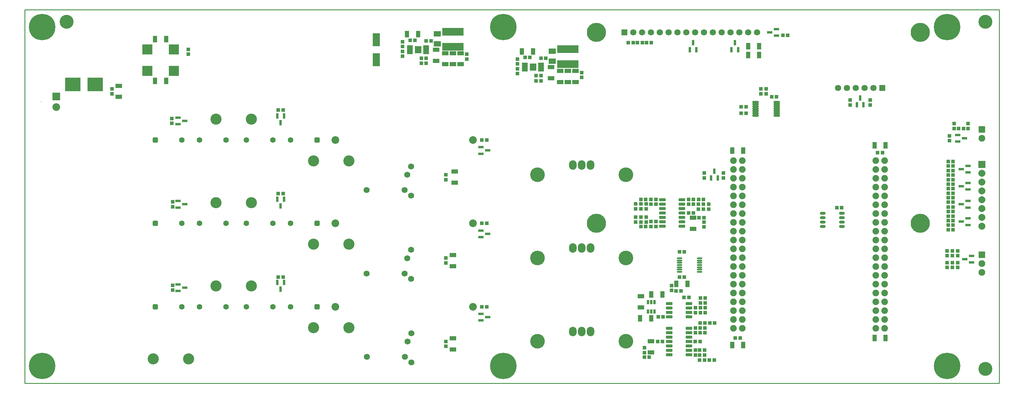
<source format=gts>
G04 Layer_Color=8388736*
%FSLAX43Y43*%
%MOMM*%
G71*
G01*
G75*
%ADD37C,0.254*%
%ADD79R,2.903X2.903*%
%ADD80O,1.550X0.500*%
%ADD81R,6.203X2.203*%
%ADD82R,0.803X1.203*%
%ADD83R,1.553X0.803*%
%ADD84O,1.653X0.853*%
%ADD85R,2.003X1.543*%
%ADD86R,1.103X1.003*%
G04:AMPARAMS|DCode=87|XSize=0.653mm|YSize=1.803mm|CornerRadius=0.151mm|HoleSize=0mm|Usage=FLASHONLY|Rotation=90.000|XOffset=0mm|YOffset=0mm|HoleType=Round|Shape=RoundedRectangle|*
%AMROUNDEDRECTD87*
21,1,0.653,1.501,0,0,90.0*
21,1,0.351,1.803,0,0,90.0*
1,1,0.302,0.750,0.175*
1,1,0.302,0.750,-0.175*
1,1,0.302,-0.750,-0.175*
1,1,0.302,-0.750,0.175*
%
%ADD87ROUNDEDRECTD87*%
%ADD88R,4.443X4.013*%
%ADD89R,1.003X1.103*%
%ADD90R,2.003X3.753*%
%ADD91C,4.000*%
G04:AMPARAMS|DCode=92|XSize=0.853mm|YSize=1.853mm|CornerRadius=0.15mm|HoleSize=0mm|Usage=FLASHONLY|Rotation=90.000|XOffset=0mm|YOffset=0mm|HoleType=Round|Shape=RoundedRectangle|*
%AMROUNDEDRECTD92*
21,1,0.853,1.552,0,0,90.0*
21,1,0.552,1.853,0,0,90.0*
1,1,0.301,0.776,0.276*
1,1,0.301,0.776,-0.276*
1,1,0.301,-0.776,-0.276*
1,1,0.301,-0.776,0.276*
%
%ADD92ROUNDEDRECTD92*%
%ADD93R,1.903X1.203*%
%ADD94R,1.203X1.903*%
G04:AMPARAMS|DCode=95|XSize=0.503mm|YSize=1.753mm|CornerRadius=0.151mm|HoleSize=0mm|Usage=FLASHONLY|Rotation=90.000|XOffset=0mm|YOffset=0mm|HoleType=Round|Shape=RoundedRectangle|*
%AMROUNDEDRECTD95*
21,1,0.503,1.451,0,0,90.0*
21,1,0.201,1.753,0,0,90.0*
1,1,0.302,0.726,0.101*
1,1,0.302,0.726,-0.101*
1,1,0.302,-0.726,-0.101*
1,1,0.302,-0.726,0.101*
%
%ADD95ROUNDEDRECTD95*%
G04:AMPARAMS|DCode=96|XSize=1.933mm|YSize=2.103mm|CornerRadius=0.153mm|HoleSize=0mm|Usage=FLASHONLY|Rotation=0.000|XOffset=0mm|YOffset=0mm|HoleType=Round|Shape=RoundedRectangle|*
%AMROUNDEDRECTD96*
21,1,1.933,1.796,0,0,0.0*
21,1,1.626,2.103,0,0,0.0*
1,1,0.307,0.813,-0.898*
1,1,0.307,-0.813,-0.898*
1,1,0.307,-0.813,0.898*
1,1,0.307,0.813,0.898*
%
%ADD96ROUNDEDRECTD96*%
%ADD97R,0.803X1.553*%
%ADD98O,2.203X2.703*%
%ADD99C,2.203*%
%ADD100C,3.203*%
%ADD101C,1.803*%
%ADD102R,1.803X1.803*%
%ADD103C,1.727*%
%ADD104C,7.603*%
%ADD105C,5.503*%
%ADD106C,1.903*%
%ADD107C,1.953*%
%ADD108R,1.953X1.953*%
%ADD109C,4.203*%
%ADD110R,0.203X0.203*%
%ADD111R,2.203X2.203*%
%ADD112C,2.003*%
%ADD113R,2.003X2.003*%
%ADD114C,1.603*%
G04:AMPARAMS|DCode=115|XSize=1.603mm|YSize=1.603mm|CornerRadius=0.452mm|HoleSize=0mm|Usage=FLASHONLY|Rotation=180.000|XOffset=0mm|YOffset=0mm|HoleType=Round|Shape=RoundedRectangle|*
%AMROUNDEDRECTD115*
21,1,1.603,0.700,0,0,180.0*
21,1,0.700,1.603,0,0,180.0*
1,1,0.903,-0.350,0.350*
1,1,0.903,0.350,0.350*
1,1,0.903,0.350,-0.350*
1,1,0.903,-0.350,-0.350*
%
%ADD115ROUNDEDRECTD115*%
%ADD116C,0.803*%
D37*
X0Y0D02*
X280000D01*
Y107500D01*
X0D02*
X280000D01*
X0Y0D02*
Y107500D01*
D79*
X35190Y96110D02*
D03*
X42810D02*
D03*
Y89890D02*
D03*
X35190D02*
D03*
D80*
X193875Y32050D02*
D03*
Y32700D02*
D03*
Y33350D02*
D03*
Y34000D02*
D03*
Y34650D02*
D03*
Y35300D02*
D03*
Y35950D02*
D03*
X188125Y32050D02*
D03*
Y32700D02*
D03*
Y33350D02*
D03*
Y34000D02*
D03*
Y34650D02*
D03*
Y35300D02*
D03*
Y35950D02*
D03*
D81*
X156000Y96150D02*
D03*
Y91850D02*
D03*
X123000Y101150D02*
D03*
Y96850D02*
D03*
D82*
X179050Y23375D02*
D03*
X180000D02*
D03*
X180950D02*
D03*
Y20625D02*
D03*
X180000D02*
D03*
X179050D02*
D03*
D83*
X268025Y71450D02*
D03*
Y69550D02*
D03*
X269975Y70500D02*
D03*
X214025Y101000D02*
D03*
X215975Y101950D02*
D03*
Y100050D02*
D03*
X132975Y67000D02*
D03*
X131025Y66050D02*
D03*
Y67950D02*
D03*
X132975Y43000D02*
D03*
X131025Y42050D02*
D03*
Y43950D02*
D03*
X132975Y19000D02*
D03*
X131025Y18050D02*
D03*
Y19950D02*
D03*
X45975Y75500D02*
D03*
X44025Y74550D02*
D03*
Y76450D02*
D03*
X45975Y51500D02*
D03*
X44025Y50550D02*
D03*
Y52450D02*
D03*
X45975Y27500D02*
D03*
X44025Y26550D02*
D03*
Y28450D02*
D03*
X269025Y61600D02*
D03*
X270975Y62550D02*
D03*
Y60650D02*
D03*
X269025Y56700D02*
D03*
X270975Y57650D02*
D03*
Y55750D02*
D03*
X269025Y51500D02*
D03*
X270975Y52450D02*
D03*
Y50550D02*
D03*
X269025Y46500D02*
D03*
X270975Y47450D02*
D03*
Y45550D02*
D03*
X271975Y34750D02*
D03*
Y36650D02*
D03*
X270025Y35700D02*
D03*
D84*
X229275Y48905D02*
D03*
Y47635D02*
D03*
Y46365D02*
D03*
Y45095D02*
D03*
X234725Y48905D02*
D03*
Y47635D02*
D03*
Y46365D02*
D03*
Y45095D02*
D03*
D85*
X151500Y92670D02*
D03*
Y95530D02*
D03*
X118500Y97670D02*
D03*
Y100530D02*
D03*
D86*
X213000Y84700D02*
D03*
Y83300D02*
D03*
X267000Y73300D02*
D03*
Y74700D02*
D03*
X268000Y33300D02*
D03*
Y34700D02*
D03*
Y38100D02*
D03*
Y36700D02*
D03*
X42200Y76200D02*
D03*
Y74800D02*
D03*
X237100Y81500D02*
D03*
Y80100D02*
D03*
X42500Y52200D02*
D03*
Y50800D02*
D03*
X242900Y81500D02*
D03*
Y80100D02*
D03*
X42500Y28200D02*
D03*
Y26800D02*
D03*
X108500Y98300D02*
D03*
Y96900D02*
D03*
X141500Y93300D02*
D03*
Y91900D02*
D03*
X195000Y51500D02*
D03*
Y50100D02*
D03*
X196500D02*
D03*
Y51500D02*
D03*
X177000Y51600D02*
D03*
Y50200D02*
D03*
X175500D02*
D03*
Y51600D02*
D03*
X177000Y46400D02*
D03*
Y47800D02*
D03*
X175500D02*
D03*
Y46400D02*
D03*
X185800Y28100D02*
D03*
Y26700D02*
D03*
X108500Y95500D02*
D03*
Y94100D02*
D03*
X127000Y94700D02*
D03*
Y93300D02*
D03*
X141500Y89100D02*
D03*
Y90500D02*
D03*
X160000Y88000D02*
D03*
Y89400D02*
D03*
X47000Y94700D02*
D03*
Y96100D02*
D03*
X25000Y83300D02*
D03*
Y84700D02*
D03*
X200730Y60470D02*
D03*
Y59070D02*
D03*
X195230Y60470D02*
D03*
Y59070D02*
D03*
X195100Y45000D02*
D03*
Y46400D02*
D03*
X121000Y58600D02*
D03*
Y60000D02*
D03*
X193500Y51500D02*
D03*
Y50100D02*
D03*
X121000Y34600D02*
D03*
Y36000D02*
D03*
X178500Y51600D02*
D03*
Y50200D02*
D03*
X121000Y10600D02*
D03*
Y12000D02*
D03*
X178500Y46400D02*
D03*
Y47800D02*
D03*
X178000Y10200D02*
D03*
Y8800D02*
D03*
X192700Y9500D02*
D03*
Y8100D02*
D03*
Y20300D02*
D03*
Y21700D02*
D03*
Y14500D02*
D03*
Y15900D02*
D03*
X271000Y73300D02*
D03*
Y74700D02*
D03*
X266500Y38100D02*
D03*
Y36700D02*
D03*
Y33300D02*
D03*
Y34700D02*
D03*
X265000Y38100D02*
D03*
Y36700D02*
D03*
Y34700D02*
D03*
Y33300D02*
D03*
X265700Y71200D02*
D03*
Y69800D02*
D03*
X211500Y84700D02*
D03*
Y83300D02*
D03*
D87*
X209950Y80950D02*
D03*
Y80300D02*
D03*
Y79650D02*
D03*
Y79000D02*
D03*
Y78350D02*
D03*
Y77700D02*
D03*
Y77050D02*
D03*
X216050Y80950D02*
D03*
Y80300D02*
D03*
Y79650D02*
D03*
Y79000D02*
D03*
Y78350D02*
D03*
Y77700D02*
D03*
Y77050D02*
D03*
D88*
X13815Y86000D02*
D03*
X20185D02*
D03*
D89*
X269700Y73300D02*
D03*
X268300D02*
D03*
X219200Y100100D02*
D03*
X217800D02*
D03*
X265300Y44200D02*
D03*
X266700D02*
D03*
X265300Y48100D02*
D03*
X266700D02*
D03*
X265300Y49400D02*
D03*
X266700D02*
D03*
X265300Y53400D02*
D03*
X266700D02*
D03*
X265300Y54700D02*
D03*
X266700D02*
D03*
X265300Y58600D02*
D03*
X266700D02*
D03*
X265300Y59900D02*
D03*
X266700D02*
D03*
X265300Y63800D02*
D03*
X266700D02*
D03*
Y62500D02*
D03*
X265300D02*
D03*
X266700Y61200D02*
D03*
X265300D02*
D03*
X266700Y57300D02*
D03*
X265300D02*
D03*
X266700Y56000D02*
D03*
X265300D02*
D03*
X195300Y9500D02*
D03*
X193900D02*
D03*
Y6700D02*
D03*
X195300D02*
D03*
Y8100D02*
D03*
X193900D02*
D03*
X189400Y24700D02*
D03*
X190800D02*
D03*
X182000Y19100D02*
D03*
X183400D02*
D03*
X194000Y12000D02*
D03*
X192600D02*
D03*
X178600Y98000D02*
D03*
X180000D02*
D03*
X177400D02*
D03*
X176000D02*
D03*
X266700Y52100D02*
D03*
X265300D02*
D03*
X266700Y50700D02*
D03*
X265300D02*
D03*
X266700Y46800D02*
D03*
X265300D02*
D03*
X266700Y45500D02*
D03*
X265300D02*
D03*
X74200Y78600D02*
D03*
X72800D02*
D03*
X74200Y54600D02*
D03*
X72800D02*
D03*
X74200Y30500D02*
D03*
X72800D02*
D03*
X113900Y93500D02*
D03*
X115300D02*
D03*
Y92100D02*
D03*
X113900D02*
D03*
X146900Y88500D02*
D03*
X148300D02*
D03*
Y87000D02*
D03*
X146900D02*
D03*
X132700Y70000D02*
D03*
X131300D02*
D03*
X192100Y51500D02*
D03*
X190700D02*
D03*
Y52900D02*
D03*
X192100D02*
D03*
X132700Y46000D02*
D03*
X131300D02*
D03*
X179900Y51500D02*
D03*
X181300D02*
D03*
Y52900D02*
D03*
X179900D02*
D03*
X132700Y22000D02*
D03*
X131300D02*
D03*
X179900Y46500D02*
D03*
X181300D02*
D03*
Y45100D02*
D03*
X179900D02*
D03*
X195500Y20300D02*
D03*
X194100D02*
D03*
Y24500D02*
D03*
X195500D02*
D03*
Y21700D02*
D03*
X194100D02*
D03*
X195400Y14500D02*
D03*
X194000D02*
D03*
X195400Y15900D02*
D03*
X194000D02*
D03*
Y17300D02*
D03*
X195400D02*
D03*
X193700Y47600D02*
D03*
X195100D02*
D03*
X179400Y7500D02*
D03*
X178000D02*
D03*
X214600Y82400D02*
D03*
X216000D02*
D03*
X174800Y98000D02*
D03*
X173400D02*
D03*
X110700Y98700D02*
D03*
X112100D02*
D03*
X116700Y98500D02*
D03*
X115300D02*
D03*
X145100Y93800D02*
D03*
X143700D02*
D03*
X149700Y93500D02*
D03*
X148300D02*
D03*
X233300Y50500D02*
D03*
X234700D02*
D03*
X246430Y66370D02*
D03*
X245030D02*
D03*
X204130Y12970D02*
D03*
X205530D02*
D03*
X192100Y49000D02*
D03*
X190700D02*
D03*
X189500Y30500D02*
D03*
X188100D02*
D03*
X188500Y26600D02*
D03*
X187100D02*
D03*
X193600Y52900D02*
D03*
X195000D02*
D03*
X178400D02*
D03*
X177000D02*
D03*
X189500Y37800D02*
D03*
X188100D02*
D03*
X178400Y45100D02*
D03*
X177000D02*
D03*
X181800Y12000D02*
D03*
X183200D02*
D03*
X196700Y6700D02*
D03*
X198100D02*
D03*
X195500Y23100D02*
D03*
X194100D02*
D03*
X198200Y17300D02*
D03*
X196800D02*
D03*
X205800Y79600D02*
D03*
X207200D02*
D03*
X205800Y77700D02*
D03*
X207200D02*
D03*
D90*
X101000Y98875D02*
D03*
Y93125D02*
D03*
D91*
X12000Y104000D02*
D03*
X276000Y4100D02*
D03*
Y104000D02*
D03*
D92*
X185175Y15810D02*
D03*
Y14540D02*
D03*
Y13270D02*
D03*
Y12000D02*
D03*
Y10730D02*
D03*
Y9460D02*
D03*
Y8190D02*
D03*
X190825Y15810D02*
D03*
Y14540D02*
D03*
Y13270D02*
D03*
Y12000D02*
D03*
Y10730D02*
D03*
Y9460D02*
D03*
Y8190D02*
D03*
X185175Y22905D02*
D03*
Y21635D02*
D03*
Y20365D02*
D03*
Y19095D02*
D03*
X190825Y22905D02*
D03*
Y21635D02*
D03*
Y20365D02*
D03*
Y19095D02*
D03*
X188825Y45190D02*
D03*
Y46460D02*
D03*
Y47730D02*
D03*
Y49000D02*
D03*
Y50270D02*
D03*
Y51540D02*
D03*
Y52810D02*
D03*
X183175Y45190D02*
D03*
Y46460D02*
D03*
Y47730D02*
D03*
Y49000D02*
D03*
Y50270D02*
D03*
Y51540D02*
D03*
Y52810D02*
D03*
D93*
X179900Y8900D02*
D03*
Y12100D02*
D03*
X125200Y95000D02*
D03*
Y91800D02*
D03*
X177000Y25000D02*
D03*
Y21800D02*
D03*
X118200Y96000D02*
D03*
Y92800D02*
D03*
X151200Y91000D02*
D03*
Y87800D02*
D03*
X123000Y95000D02*
D03*
Y91800D02*
D03*
X120800Y95000D02*
D03*
Y91800D02*
D03*
X158200Y89900D02*
D03*
Y86700D02*
D03*
X156000Y89900D02*
D03*
Y86700D02*
D03*
X153800Y89900D02*
D03*
Y86700D02*
D03*
X27000Y85600D02*
D03*
Y82400D02*
D03*
X192000Y47600D02*
D03*
Y44400D02*
D03*
X123500Y60900D02*
D03*
Y57700D02*
D03*
X123000Y36900D02*
D03*
Y33700D02*
D03*
Y12900D02*
D03*
Y9700D02*
D03*
D94*
X40600Y99000D02*
D03*
X37400D02*
D03*
X180000Y18700D02*
D03*
X176800D02*
D03*
X180000Y25500D02*
D03*
X183200D02*
D03*
X211000Y97000D02*
D03*
X207800D02*
D03*
X211000Y94500D02*
D03*
X207800D02*
D03*
X40600Y87000D02*
D03*
X37400D02*
D03*
X109800Y100500D02*
D03*
X113000D02*
D03*
X142800Y95500D02*
D03*
X146000D02*
D03*
X203230Y66970D02*
D03*
X206430D02*
D03*
X247330Y12970D02*
D03*
X244130D02*
D03*
Y68470D02*
D03*
X247330D02*
D03*
X206430Y10970D02*
D03*
X203230D02*
D03*
X187200Y28600D02*
D03*
X190400D02*
D03*
D95*
X148325Y90000D02*
D03*
Y90500D02*
D03*
Y91000D02*
D03*
Y91500D02*
D03*
X143675Y90000D02*
D03*
Y90500D02*
D03*
Y91000D02*
D03*
Y91500D02*
D03*
Y92000D02*
D03*
X148325D02*
D03*
X115325Y97000D02*
D03*
X110675D02*
D03*
Y96500D02*
D03*
Y96000D02*
D03*
Y95500D02*
D03*
Y95000D02*
D03*
X115325Y96500D02*
D03*
Y96000D02*
D03*
Y95500D02*
D03*
Y95000D02*
D03*
D96*
X146000Y91000D02*
D03*
X113000Y96000D02*
D03*
D97*
X198130Y61045D02*
D03*
X199080Y59095D02*
D03*
X197180D02*
D03*
X73500Y75025D02*
D03*
X72550Y76975D02*
D03*
X74450D02*
D03*
X73500Y51025D02*
D03*
X72550Y52975D02*
D03*
X74450D02*
D03*
X73500Y27025D02*
D03*
X72550Y28975D02*
D03*
X74450D02*
D03*
X204000Y97975D02*
D03*
X204950Y96025D02*
D03*
X203050D02*
D03*
X192000Y97975D02*
D03*
X192950Y96025D02*
D03*
X191050D02*
D03*
X240000Y82075D02*
D03*
X240950Y80125D02*
D03*
X239050D02*
D03*
D98*
X157450Y14900D02*
D03*
X160000D02*
D03*
X162550D02*
D03*
X157450Y62800D02*
D03*
X160000D02*
D03*
X162550D02*
D03*
X157450Y38900D02*
D03*
X160000D02*
D03*
X162550D02*
D03*
D99*
X89250Y22000D02*
D03*
X128750D02*
D03*
X9000Y79500D02*
D03*
X89250Y70000D02*
D03*
X128750D02*
D03*
X89250Y46000D02*
D03*
X128750D02*
D03*
D100*
X65080Y76000D02*
D03*
X54920D02*
D03*
X47080Y7000D02*
D03*
X36920D02*
D03*
X82920Y16000D02*
D03*
X93080D02*
D03*
Y40000D02*
D03*
X82920D02*
D03*
X93080Y64000D02*
D03*
X82920D02*
D03*
X65080Y28000D02*
D03*
X54920D02*
D03*
X65080Y52000D02*
D03*
X54920D02*
D03*
D101*
X233650Y85000D02*
D03*
X238730D02*
D03*
X243810D02*
D03*
X241270D02*
D03*
X236190D02*
D03*
X207810Y101000D02*
D03*
X202730D02*
D03*
X195110D02*
D03*
X190030D02*
D03*
X184950D02*
D03*
X179870D02*
D03*
X174790D02*
D03*
X177330D02*
D03*
X182410D02*
D03*
X187490D02*
D03*
X192570D02*
D03*
X197650D02*
D03*
X200190D02*
D03*
X205270D02*
D03*
X210350D02*
D03*
D102*
X246350Y85000D02*
D03*
X172250Y101000D02*
D03*
D103*
X111100Y14380D02*
D03*
X109220Y7570D02*
D03*
X98300D02*
D03*
X109980Y11970D02*
D03*
X111100Y6000D02*
D03*
X111000Y62380D02*
D03*
X109120Y55570D02*
D03*
X98200D02*
D03*
X109880Y59970D02*
D03*
X111000Y54000D02*
D03*
Y30000D02*
D03*
X109880Y35970D02*
D03*
X98200Y31570D02*
D03*
X109120D02*
D03*
X111000Y38380D02*
D03*
D104*
X5000Y5000D02*
D03*
Y102500D02*
D03*
X137500D02*
D03*
X265000D02*
D03*
Y5000D02*
D03*
X137500Y5000D02*
D03*
D105*
X164250Y46000D02*
D03*
Y101000D02*
D03*
X257250D02*
D03*
X257270Y46000D02*
D03*
D106*
X203560Y64100D02*
D03*
Y61560D02*
D03*
Y59020D02*
D03*
Y56480D02*
D03*
Y53940D02*
D03*
Y51400D02*
D03*
Y48860D02*
D03*
Y46320D02*
D03*
Y43780D02*
D03*
Y41240D02*
D03*
Y38700D02*
D03*
Y36160D02*
D03*
Y33620D02*
D03*
Y31080D02*
D03*
Y28540D02*
D03*
Y26000D02*
D03*
Y23460D02*
D03*
Y20920D02*
D03*
Y18380D02*
D03*
Y15840D02*
D03*
X206100Y64100D02*
D03*
Y61560D02*
D03*
Y59020D02*
D03*
Y56480D02*
D03*
Y53940D02*
D03*
Y51400D02*
D03*
Y48860D02*
D03*
Y46320D02*
D03*
Y43780D02*
D03*
Y41240D02*
D03*
Y38700D02*
D03*
Y36160D02*
D03*
Y33620D02*
D03*
Y31080D02*
D03*
Y28540D02*
D03*
Y26000D02*
D03*
Y23460D02*
D03*
Y20920D02*
D03*
Y18380D02*
D03*
Y15840D02*
D03*
X247000D02*
D03*
Y18380D02*
D03*
Y20920D02*
D03*
Y23460D02*
D03*
Y26000D02*
D03*
Y28540D02*
D03*
Y31080D02*
D03*
Y33620D02*
D03*
Y36160D02*
D03*
Y38700D02*
D03*
Y41240D02*
D03*
Y43780D02*
D03*
Y46320D02*
D03*
Y48860D02*
D03*
Y51400D02*
D03*
Y53940D02*
D03*
Y56480D02*
D03*
Y59020D02*
D03*
Y61560D02*
D03*
Y64100D02*
D03*
X244460Y15840D02*
D03*
Y18380D02*
D03*
Y20920D02*
D03*
Y23460D02*
D03*
Y26000D02*
D03*
Y28540D02*
D03*
Y31080D02*
D03*
Y33620D02*
D03*
Y36160D02*
D03*
Y38700D02*
D03*
Y41240D02*
D03*
Y43780D02*
D03*
Y46320D02*
D03*
Y48860D02*
D03*
Y51400D02*
D03*
Y53940D02*
D03*
Y56480D02*
D03*
Y59020D02*
D03*
Y61560D02*
D03*
Y64100D02*
D03*
D107*
X275000Y31920D02*
D03*
Y34460D02*
D03*
Y70460D02*
D03*
D108*
Y37000D02*
D03*
Y73000D02*
D03*
D109*
X147300Y60000D02*
D03*
X172700D02*
D03*
X147300Y12100D02*
D03*
X172700D02*
D03*
X147300Y36000D02*
D03*
X172700D02*
D03*
D110*
X4680Y81000D02*
D03*
D111*
X9000Y82500D02*
D03*
D112*
X275000Y45220D02*
D03*
Y47760D02*
D03*
Y50300D02*
D03*
Y52840D02*
D03*
Y55380D02*
D03*
Y57920D02*
D03*
Y60460D02*
D03*
D113*
Y63000D02*
D03*
D114*
X63680Y22000D02*
D03*
X71300D02*
D03*
X76380D02*
D03*
X45120Y70000D02*
D03*
X50200D02*
D03*
X57820D02*
D03*
X63680Y70000D02*
D03*
X71300D02*
D03*
X76380D02*
D03*
X45120Y46000D02*
D03*
X50200D02*
D03*
X57820D02*
D03*
X63680Y46000D02*
D03*
X71300D02*
D03*
X76380D02*
D03*
X45120Y22000D02*
D03*
X50200D02*
D03*
X57820D02*
D03*
D115*
X84000Y22000D02*
D03*
X37500Y70000D02*
D03*
X84000Y70000D02*
D03*
X37500Y46000D02*
D03*
X84000Y46000D02*
D03*
X37500Y22000D02*
D03*
D116*
X145500Y91500D02*
D03*
X146500D02*
D03*
X145500Y90500D02*
D03*
X146500D02*
D03*
X113500Y95500D02*
D03*
X112500D02*
D03*
X113500Y96500D02*
D03*
X112500D02*
D03*
M02*

</source>
